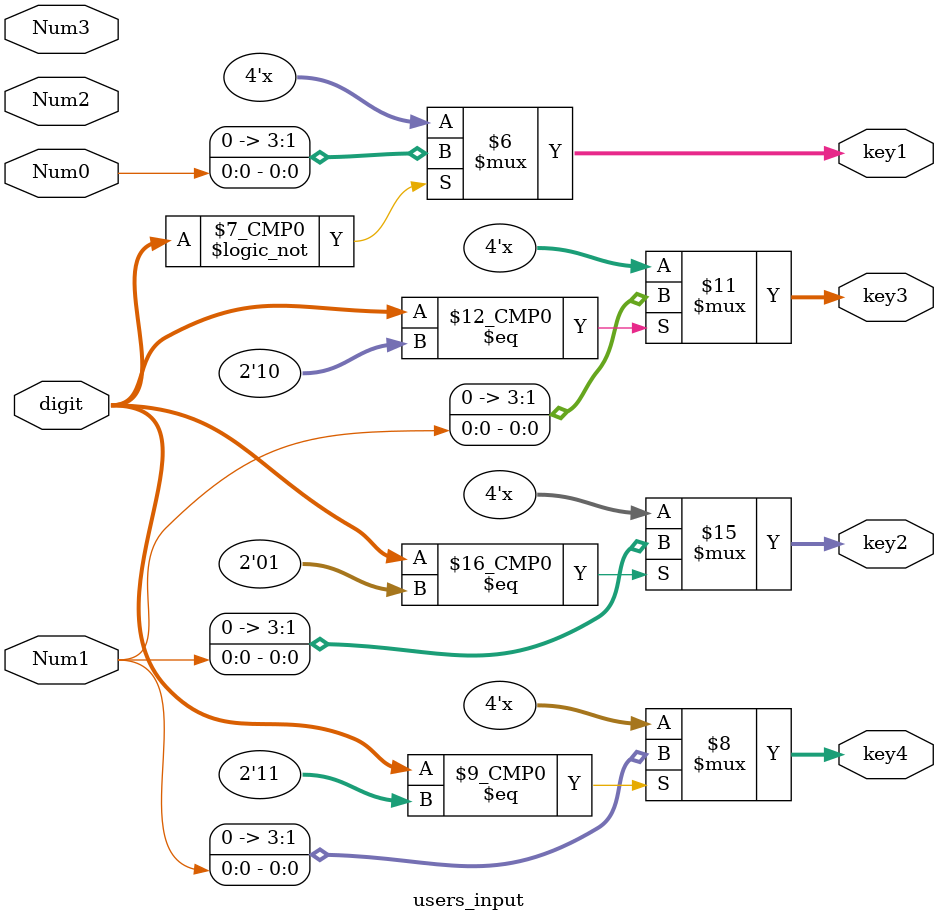
<source format=v>
`timescale 1ns / 1ps


module users_input(
    input Num0,
    input Num1,
    input Num2,
    input Num3,
    input [1:0] digit,
    output reg [3:0] key1,
    output reg [3:0] key2,
    output reg [3:0] key3,
    output reg [3:0] key4
    );
    initial 
    begin
      key1 = 15;
      key2 = 15;
      key3 = 15;
      key4 = 15;
   end
   always @(Num0 or Num1 or Num2 or Num3)
   begin
     case (digit)
       2'b00: begin
         key1 = Num0;end
       2'b01: begin
         key2 = Num1;end  
       2'b10: begin
         key3 = Num1;end 
       2'b11: begin
         key4 = Num1;end 
     endcase
   end
endmodule

</source>
